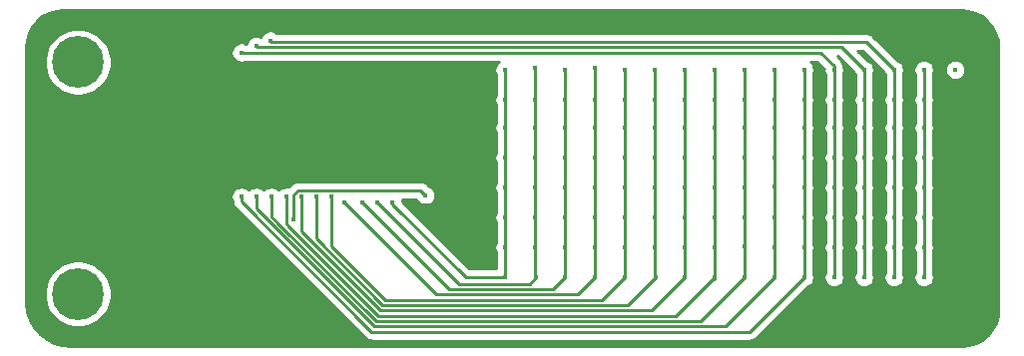
<source format=gbr>
G04 #@! TF.GenerationSoftware,KiCad,Pcbnew,(5.1.5)-3*
G04 #@! TF.CreationDate,2021-03-03T13:10:29+01:00*
G04 #@! TF.ProjectId,LedArray,4c656441-7272-4617-992e-6b696361645f,rev?*
G04 #@! TF.SameCoordinates,Original*
G04 #@! TF.FileFunction,Copper,L2,Bot*
G04 #@! TF.FilePolarity,Positive*
%FSLAX46Y46*%
G04 Gerber Fmt 4.6, Leading zero omitted, Abs format (unit mm)*
G04 Created by KiCad (PCBNEW (5.1.5)-3) date 2021-03-03 13:10:29*
%MOMM*%
%LPD*%
G04 APERTURE LIST*
%ADD10C,4.400000*%
%ADD11C,0.700000*%
%ADD12C,0.450000*%
%ADD13C,0.250000*%
%ADD14C,0.254000*%
G04 APERTURE END LIST*
D10*
X39370000Y-116205000D03*
D11*
X41020000Y-116205000D03*
X40536726Y-117371726D03*
X39370000Y-117855000D03*
X38203274Y-117371726D03*
X37720000Y-116205000D03*
X38203274Y-115038274D03*
X39370000Y-114555000D03*
X40536726Y-115038274D03*
X40536726Y-95353274D03*
X39370000Y-94870000D03*
X38203274Y-95353274D03*
X37720000Y-96520000D03*
X38203274Y-97686726D03*
X39370000Y-98170000D03*
X40536726Y-97686726D03*
X41020000Y-96520000D03*
D10*
X39370000Y-96520000D03*
D12*
X67310000Y-108585000D03*
X69723000Y-108204000D03*
X70802500Y-97028000D03*
X56261000Y-116840000D03*
X45083000Y-113667000D03*
X62992000Y-103124000D03*
X54483000Y-102997000D03*
X58801000Y-102997000D03*
X51054000Y-107061000D03*
X73660000Y-97028000D03*
X75565000Y-99695000D03*
X75565000Y-104648000D03*
X75565000Y-107188000D03*
X75565000Y-109728000D03*
X75565000Y-102108000D03*
X75565000Y-97155000D03*
X75565000Y-112268000D03*
X75565000Y-114808000D03*
X66040000Y-108458000D03*
X78105000Y-99695000D03*
X78105000Y-102108000D03*
X78121282Y-104664282D03*
X78105000Y-97028000D03*
X78105000Y-107188000D03*
X78105000Y-109728000D03*
X78105000Y-112268000D03*
X78232000Y-114808000D03*
X64770000Y-108458000D03*
X80645000Y-99695000D03*
X80645000Y-102108000D03*
X80645000Y-104648000D03*
X80645000Y-97155000D03*
X80645000Y-107188000D03*
X80645000Y-109728000D03*
X80645000Y-112268000D03*
X80645000Y-114808000D03*
X63500000Y-108458000D03*
X83185000Y-99695000D03*
X83185000Y-102108000D03*
X83185000Y-104648000D03*
X83185000Y-97028000D03*
X83185000Y-107188000D03*
X83185000Y-109728000D03*
X83185000Y-112268000D03*
X83185000Y-114808000D03*
X61976000Y-108458000D03*
X85725000Y-102108000D03*
X85725000Y-99695000D03*
X85725000Y-104648000D03*
X85725000Y-97155000D03*
X85725000Y-107188000D03*
X85725000Y-109728000D03*
X85725000Y-112268000D03*
X85725000Y-114808000D03*
X60833000Y-107950000D03*
X88265000Y-104648000D03*
X88265000Y-102108000D03*
X88265000Y-99695000D03*
X88265000Y-97155000D03*
X88265000Y-109728000D03*
X88265000Y-107188000D03*
X88265000Y-112268000D03*
X88392000Y-114808000D03*
X59563000Y-107950000D03*
X90805000Y-97155000D03*
X90805000Y-99695000D03*
X90805000Y-102108000D03*
X90805000Y-104648000D03*
X90805000Y-107188000D03*
X90805000Y-109728000D03*
X90805000Y-112268000D03*
X90805000Y-114808000D03*
X58293000Y-107950000D03*
X93345000Y-97155000D03*
X93345000Y-99695000D03*
X93345000Y-102108000D03*
X93345000Y-104648000D03*
X93345000Y-114808000D03*
X93345000Y-112268000D03*
X93345000Y-109728000D03*
X93345000Y-107188000D03*
X57023000Y-107950000D03*
X95885000Y-97155000D03*
X95885000Y-99695000D03*
X95885000Y-102108000D03*
X95885000Y-104648000D03*
X95885000Y-109728000D03*
X95885000Y-107188000D03*
X95885000Y-114808000D03*
X95885000Y-112141000D03*
X55753000Y-107950000D03*
X98425000Y-97155000D03*
X98425000Y-102108000D03*
X98425000Y-99695000D03*
X98425000Y-104648000D03*
X98425000Y-107061000D03*
X98425000Y-109728000D03*
X98425000Y-112268000D03*
X98425000Y-114808000D03*
X54483000Y-107950000D03*
X100965000Y-97155000D03*
X100965000Y-99695000D03*
X100965000Y-102108000D03*
X100965000Y-104648000D03*
X100965000Y-114808000D03*
X100965000Y-112268000D03*
X100965000Y-109728000D03*
X100965000Y-107188000D03*
X53213000Y-107950000D03*
X103505000Y-99695000D03*
X103505000Y-97155000D03*
X103505000Y-102108000D03*
X103505000Y-104648000D03*
X103505000Y-114808000D03*
X103505000Y-112268000D03*
X103505000Y-109728000D03*
X103505000Y-107188000D03*
X53213000Y-95694500D03*
X106045000Y-104648000D03*
X106045000Y-102108000D03*
X106045000Y-99695000D03*
X106045000Y-97155000D03*
X106045000Y-109728000D03*
X106045000Y-114808000D03*
X106045000Y-107188000D03*
X106045000Y-112268000D03*
X54483000Y-95123000D03*
X108585000Y-104648000D03*
X108585000Y-102108000D03*
X108585000Y-99695000D03*
X108585000Y-97155000D03*
X108585000Y-112268000D03*
X108585000Y-114808000D03*
X108585000Y-109728000D03*
X108585000Y-107188000D03*
X55689500Y-94678500D03*
X111125000Y-104648000D03*
X111125000Y-102108000D03*
X111125000Y-99695000D03*
X111125000Y-97155000D03*
X111125000Y-114808000D03*
X111125000Y-112268000D03*
X111125000Y-109728000D03*
X111125000Y-107188000D03*
X113792000Y-97155000D03*
X57658000Y-109855000D03*
X68834000Y-107823000D03*
D13*
X69342000Y-108585000D02*
X67310000Y-108585000D01*
X69723000Y-108204000D02*
X69342000Y-108585000D01*
X69723000Y-108204000D02*
X69723000Y-98107500D01*
X69723000Y-98107500D02*
X70802500Y-97028000D01*
X70802500Y-97028000D02*
X70866000Y-96964500D01*
X48256000Y-116840000D02*
X45083000Y-113667000D01*
X56261000Y-116840000D02*
X48256000Y-116840000D01*
X75565000Y-114808000D02*
X75565000Y-107188000D01*
X75565000Y-97155000D02*
X75565000Y-107188000D01*
X66040000Y-108458000D02*
X66040000Y-108458000D01*
X72263000Y-114808000D02*
X75565000Y-114808000D01*
X66040000Y-108458000D02*
X66040000Y-108585000D01*
X66040000Y-108585000D02*
X72263000Y-114808000D01*
X78105000Y-99695000D02*
X78105000Y-97028000D01*
X78105000Y-104648000D02*
X78121282Y-104664282D01*
X78105000Y-102108000D02*
X78105000Y-104648000D01*
X78105000Y-99695000D02*
X78105000Y-102108000D01*
X78121282Y-114697282D02*
X78232000Y-114808000D01*
X78121282Y-104664282D02*
X78121282Y-114697282D01*
X77681999Y-115358001D02*
X71670001Y-115358001D01*
X78232000Y-114808000D02*
X77681999Y-115358001D01*
X71670001Y-115358001D02*
X64770000Y-108458000D01*
X64770000Y-108458000D02*
X64770000Y-108458000D01*
X80645000Y-99695000D02*
X80645000Y-102108000D01*
X80645000Y-104648000D02*
X80645000Y-102108000D01*
X80645000Y-99695000D02*
X80645000Y-97155000D01*
X80645000Y-104648000D02*
X80645000Y-112268000D01*
X80645000Y-112268000D02*
X80645000Y-114808000D01*
X79644990Y-115808010D02*
X70850010Y-115808010D01*
X80645000Y-114808000D02*
X79644990Y-115808010D01*
X70850010Y-115808010D02*
X63500000Y-108458000D01*
X63500000Y-108458000D02*
X63500000Y-108458000D01*
X83185000Y-99695000D02*
X83185000Y-102108000D01*
X83185000Y-102108000D02*
X83185000Y-104648000D01*
X83185000Y-104648000D02*
X83185000Y-104648000D01*
X83185000Y-97028000D02*
X83185000Y-99695000D01*
X83185000Y-104648000D02*
X83185000Y-114808000D01*
X81734981Y-116258019D02*
X69776019Y-116258019D01*
X83185000Y-114808000D02*
X81734981Y-116258019D01*
X69776019Y-116258019D02*
X61976000Y-108458000D01*
X61976000Y-108458000D02*
X61976000Y-108458000D01*
X85725000Y-99695000D02*
X85725000Y-102108000D01*
X85725000Y-99695000D02*
X85725000Y-97155000D01*
X85725000Y-104648000D02*
X85725000Y-102108000D01*
X85725000Y-114808000D02*
X85725000Y-104648000D01*
X65408488Y-116708028D02*
X83824972Y-116708028D01*
X83824972Y-116708028D02*
X85725000Y-114808000D01*
X60833000Y-107950000D02*
X60833000Y-112132540D01*
X60833000Y-112132540D02*
X65408488Y-116708028D01*
X88265000Y-97155000D02*
X88265000Y-104648000D01*
X88265000Y-114681000D02*
X88392000Y-114808000D01*
X88265000Y-104648000D02*
X88265000Y-114681000D01*
X86041962Y-117158038D02*
X88392000Y-114808000D01*
X59563000Y-107950000D02*
X59563000Y-111498950D01*
X59563000Y-111498950D02*
X65222085Y-117158035D01*
X66116465Y-117158035D02*
X66116468Y-117158038D01*
X65222085Y-117158035D02*
X66116465Y-117158035D01*
X66116468Y-117158038D02*
X86041962Y-117158038D01*
X90805000Y-104521000D02*
X90805000Y-97155000D01*
X90805000Y-104648000D02*
X90805000Y-107188000D01*
X90805000Y-107188000D02*
X90805000Y-109728000D01*
X90805000Y-109728000D02*
X90805000Y-112268000D01*
X90805000Y-112268000D02*
X90805000Y-114808000D01*
X90805000Y-114808000D02*
X90805000Y-114808000D01*
X58293000Y-110865360D02*
X65035685Y-117608045D01*
X58293000Y-107950000D02*
X58293000Y-110865360D01*
X88004953Y-117608047D02*
X90805000Y-114808000D01*
X65930067Y-117608047D02*
X88004953Y-117608047D01*
X65035685Y-117608045D02*
X65930065Y-117608045D01*
X65930065Y-117608045D02*
X65930067Y-117608047D01*
X93345000Y-97155000D02*
X93345000Y-104648000D01*
X93345000Y-104648000D02*
X93345000Y-109728000D01*
X93345000Y-114808000D02*
X93345000Y-114935000D01*
X93345000Y-112268000D02*
X93345000Y-114808000D01*
X93345000Y-109728000D02*
X93345000Y-112268000D01*
X90094944Y-118058056D02*
X66496056Y-118058056D01*
X93345000Y-114808000D02*
X90094944Y-118058056D01*
X64849285Y-118058055D02*
X65743665Y-118058055D01*
X65743665Y-118058055D02*
X66675000Y-118058055D01*
X66675000Y-118058055D02*
X66421000Y-118058055D01*
X57023000Y-110231770D02*
X57152115Y-110360885D01*
X57023000Y-107950000D02*
X57023000Y-110231770D01*
X64849285Y-118058055D02*
X57152115Y-110360885D01*
X95885000Y-97155000D02*
X95885000Y-104521000D01*
X95885000Y-104648000D02*
X95885000Y-107188000D01*
X95885000Y-109728000D02*
X95885000Y-112141000D01*
X95885000Y-107188000D02*
X95885000Y-109728000D01*
X95885000Y-114808000D02*
X95885000Y-114808000D01*
X95885000Y-112141000D02*
X95885000Y-114808000D01*
X92184935Y-118508065D02*
X65930065Y-118508065D01*
X95885000Y-114808000D02*
X92184935Y-118508065D01*
X65930065Y-118508065D02*
X64662885Y-118508065D01*
X56325910Y-110171090D02*
X64662884Y-118508064D01*
X55753000Y-107950000D02*
X55753000Y-109598180D01*
X55753000Y-109598180D02*
X56325910Y-110171090D01*
X98425000Y-97155000D02*
X98425000Y-104521000D01*
X98425000Y-104648000D02*
X98425000Y-107061000D01*
X98425000Y-107061000D02*
X98425000Y-109728000D01*
X98425000Y-109728000D02*
X98425000Y-112268000D01*
X98425000Y-112268000D02*
X98425000Y-114808000D01*
X98425000Y-114808000D02*
X98425000Y-114808000D01*
X94274926Y-118958074D02*
X98425000Y-114808000D01*
X64476484Y-118958074D02*
X94274926Y-118958074D01*
X54483000Y-107950000D02*
X54483000Y-108964590D01*
X54483000Y-108964590D02*
X64476484Y-118958074D01*
X100965000Y-97155000D02*
X100965000Y-104648000D01*
X100965000Y-104648000D02*
X100965000Y-107188000D01*
X100965000Y-114808000D02*
X100965000Y-114808000D01*
X100965000Y-112268000D02*
X100965000Y-114808000D01*
X100965000Y-109728000D02*
X100965000Y-112268000D01*
X100965000Y-107188000D02*
X100965000Y-109728000D01*
X53340000Y-108458000D02*
X53340000Y-108458000D01*
X53213000Y-108331000D02*
X53213000Y-107950000D01*
X64290084Y-119408084D02*
X53213000Y-108331000D01*
X100965000Y-114808000D02*
X96364916Y-119408084D01*
X96364916Y-119408084D02*
X64290084Y-119408084D01*
X103505000Y-97155000D02*
X103505000Y-104648000D01*
X103505000Y-104648000D02*
X103505000Y-107188000D01*
X103505000Y-114808000D02*
X103505000Y-114808000D01*
X103505000Y-112268000D02*
X103505000Y-114808000D01*
X103505000Y-109728000D02*
X103505000Y-112268000D01*
X103505000Y-107188000D02*
X103505000Y-109728000D01*
X103505000Y-96836802D02*
X102362698Y-95694500D01*
X103505000Y-97155000D02*
X103505000Y-96836802D01*
X102362698Y-95694500D02*
X101282500Y-95694500D01*
X101282500Y-95694500D02*
X53213000Y-95694500D01*
X53213000Y-95694500D02*
X53213000Y-95694500D01*
X106045000Y-97155000D02*
X106045000Y-104648000D01*
X106045000Y-104648000D02*
X106045000Y-107188000D01*
X106045000Y-109728000D02*
X106045000Y-112268000D01*
X106045000Y-114808000D02*
X106045000Y-114808000D01*
X106045000Y-107188000D02*
X106045000Y-109728000D01*
X106045000Y-112268000D02*
X106045000Y-114808000D01*
X106045000Y-97155000D02*
X104134490Y-95244490D01*
X104134490Y-95244490D02*
X102549098Y-95244490D01*
X102549098Y-95244490D02*
X101282500Y-95244490D01*
X101282500Y-95244490D02*
X54604490Y-95244490D01*
X54604490Y-95244490D02*
X54483000Y-95244490D01*
X54604490Y-95244490D02*
X54483000Y-95123000D01*
X54483000Y-95123000D02*
X54483000Y-95123000D01*
X108585000Y-97155000D02*
X108585000Y-104648000D01*
X108585000Y-104648000D02*
X108585000Y-107188000D01*
X108585000Y-112268000D02*
X108585000Y-114808000D01*
X108585000Y-114808000D02*
X108585000Y-114808000D01*
X108585000Y-109728000D02*
X108585000Y-112268000D01*
X108585000Y-107188000D02*
X108585000Y-109728000D01*
X108585000Y-97155000D02*
X106224480Y-94794480D01*
X106224480Y-94794480D02*
X102735498Y-94794480D01*
X102735498Y-94794480D02*
X101282500Y-94794480D01*
X101282500Y-94794480D02*
X55689500Y-94794480D01*
X55689500Y-94794480D02*
X55689500Y-94678500D01*
X55689500Y-94678500D02*
X55689500Y-94678500D01*
X111125000Y-97155000D02*
X111125000Y-104648000D01*
X111125000Y-104648000D02*
X111125000Y-107188000D01*
X111125000Y-114808000D02*
X111125000Y-114808000D01*
X111125000Y-112268000D02*
X111125000Y-114808000D01*
X111125000Y-109728000D02*
X111125000Y-112268000D01*
X111125000Y-107188000D02*
X111125000Y-109728000D01*
X68707000Y-107823000D02*
X68834000Y-107823000D01*
X68609001Y-107598001D02*
X68834000Y-107823000D01*
X68410999Y-107399999D02*
X68609001Y-107598001D01*
X58028999Y-107399999D02*
X68410999Y-107399999D01*
X57658000Y-107770998D02*
X58028999Y-107399999D01*
X57658000Y-109855000D02*
X57658000Y-107770998D01*
D14*
G36*
X114911222Y-92163096D02*
G01*
X115499164Y-92340606D01*
X116041436Y-92628937D01*
X116517364Y-93017094D01*
X116908845Y-93490314D01*
X117200951Y-94030552D01*
X117382563Y-94617244D01*
X117450000Y-95258879D01*
X117450001Y-117442711D01*
X117386904Y-118086221D01*
X117209394Y-118674164D01*
X116921063Y-119216436D01*
X116532906Y-119692364D01*
X116059686Y-120083845D01*
X115519449Y-120375950D01*
X114932756Y-120557563D01*
X114291130Y-120625000D01*
X38766409Y-120625000D01*
X38019844Y-120553771D01*
X37330484Y-120351536D01*
X36691810Y-120022596D01*
X36126857Y-119578820D01*
X35656012Y-119036220D01*
X35296267Y-118414377D01*
X35060598Y-117735721D01*
X34954145Y-117001523D01*
X34950000Y-116831934D01*
X34950000Y-115925777D01*
X36535000Y-115925777D01*
X36535000Y-116484223D01*
X36643948Y-117031939D01*
X36857656Y-117547876D01*
X37167912Y-118012207D01*
X37562793Y-118407088D01*
X38027124Y-118717344D01*
X38543061Y-118931052D01*
X39090777Y-119040000D01*
X39649223Y-119040000D01*
X40196939Y-118931052D01*
X40712876Y-118717344D01*
X41177207Y-118407088D01*
X41572088Y-118012207D01*
X41882344Y-117547876D01*
X42096052Y-117031939D01*
X42205000Y-116484223D01*
X42205000Y-115925777D01*
X42096052Y-115378061D01*
X41882344Y-114862124D01*
X41572088Y-114397793D01*
X41177207Y-114002912D01*
X40712876Y-113692656D01*
X40196939Y-113478948D01*
X39649223Y-113370000D01*
X39090777Y-113370000D01*
X38543061Y-113478948D01*
X38027124Y-113692656D01*
X37562793Y-114002912D01*
X37167912Y-114397793D01*
X36857656Y-114862124D01*
X36643948Y-115378061D01*
X36535000Y-115925777D01*
X34950000Y-115925777D01*
X34950000Y-96240777D01*
X36535000Y-96240777D01*
X36535000Y-96799223D01*
X36643948Y-97346939D01*
X36857656Y-97862876D01*
X37167912Y-98327207D01*
X37562793Y-98722088D01*
X38027124Y-99032344D01*
X38543061Y-99246052D01*
X39090777Y-99355000D01*
X39649223Y-99355000D01*
X40196939Y-99246052D01*
X40712876Y-99032344D01*
X41177207Y-98722088D01*
X41572088Y-98327207D01*
X41882344Y-97862876D01*
X42096052Y-97346939D01*
X42205000Y-96799223D01*
X42205000Y-96240777D01*
X42096052Y-95693061D01*
X42061563Y-95609797D01*
X52353000Y-95609797D01*
X52353000Y-95779203D01*
X52386049Y-95945353D01*
X52450878Y-96101863D01*
X52544995Y-96242718D01*
X52664782Y-96362505D01*
X52805637Y-96456622D01*
X52962147Y-96521451D01*
X53128297Y-96554500D01*
X53297703Y-96554500D01*
X53463853Y-96521451D01*
X53620363Y-96456622D01*
X53623539Y-96454500D01*
X75065414Y-96454500D01*
X75016782Y-96486995D01*
X74896995Y-96606782D01*
X74802878Y-96747637D01*
X74738049Y-96904147D01*
X74705000Y-97070297D01*
X74705000Y-97239703D01*
X74738049Y-97405853D01*
X74802878Y-97562363D01*
X74805000Y-97565539D01*
X74805000Y-99284461D01*
X74802878Y-99287637D01*
X74738049Y-99444147D01*
X74705000Y-99610297D01*
X74705000Y-99779703D01*
X74738049Y-99945853D01*
X74802878Y-100102363D01*
X74805000Y-100105539D01*
X74805000Y-101697461D01*
X74802878Y-101700637D01*
X74738049Y-101857147D01*
X74705000Y-102023297D01*
X74705000Y-102192703D01*
X74738049Y-102358853D01*
X74802878Y-102515363D01*
X74805001Y-102518540D01*
X74805001Y-104237460D01*
X74802878Y-104240637D01*
X74738049Y-104397147D01*
X74705000Y-104563297D01*
X74705000Y-104732703D01*
X74738049Y-104898853D01*
X74802878Y-105055363D01*
X74805001Y-105058540D01*
X74805001Y-106777460D01*
X74802878Y-106780637D01*
X74738049Y-106937147D01*
X74705000Y-107103297D01*
X74705000Y-107272703D01*
X74738049Y-107438853D01*
X74802878Y-107595363D01*
X74805001Y-107598540D01*
X74805001Y-109317460D01*
X74802878Y-109320637D01*
X74738049Y-109477147D01*
X74705000Y-109643297D01*
X74705000Y-109812703D01*
X74738049Y-109978853D01*
X74802878Y-110135363D01*
X74805001Y-110138540D01*
X74805000Y-111857461D01*
X74802878Y-111860637D01*
X74738049Y-112017147D01*
X74705000Y-112183297D01*
X74705000Y-112352703D01*
X74738049Y-112518853D01*
X74802878Y-112675363D01*
X74805000Y-112678539D01*
X74805000Y-114048000D01*
X72577802Y-114048000D01*
X66899231Y-108369430D01*
X66866951Y-108207147D01*
X66847422Y-108159999D01*
X68025375Y-108159999D01*
X68072026Y-108247276D01*
X68132048Y-108320413D01*
X68165995Y-108371218D01*
X68285782Y-108491005D01*
X68426637Y-108585122D01*
X68583147Y-108649951D01*
X68749297Y-108683000D01*
X68918703Y-108683000D01*
X69084853Y-108649951D01*
X69241363Y-108585122D01*
X69382218Y-108491005D01*
X69502005Y-108371218D01*
X69596122Y-108230363D01*
X69660951Y-108073853D01*
X69694000Y-107907703D01*
X69694000Y-107738297D01*
X69660951Y-107572147D01*
X69596122Y-107415637D01*
X69502005Y-107274782D01*
X69382218Y-107154995D01*
X69241363Y-107060878D01*
X69084853Y-106996049D01*
X69081104Y-106995303D01*
X68974803Y-106889002D01*
X68951000Y-106859998D01*
X68835275Y-106765025D01*
X68703246Y-106694453D01*
X68559985Y-106650996D01*
X68448332Y-106639999D01*
X68448321Y-106639999D01*
X68410999Y-106636323D01*
X68373677Y-106639999D01*
X58066322Y-106639999D01*
X58028999Y-106636323D01*
X57991676Y-106639999D01*
X57991666Y-106639999D01*
X57880013Y-106650996D01*
X57736752Y-106694453D01*
X57604723Y-106765025D01*
X57488998Y-106859998D01*
X57465195Y-106889002D01*
X57238233Y-107115964D01*
X57107703Y-107090000D01*
X56938297Y-107090000D01*
X56772147Y-107123049D01*
X56615637Y-107187878D01*
X56474782Y-107281995D01*
X56388000Y-107368777D01*
X56301218Y-107281995D01*
X56160363Y-107187878D01*
X56003853Y-107123049D01*
X55837703Y-107090000D01*
X55668297Y-107090000D01*
X55502147Y-107123049D01*
X55345637Y-107187878D01*
X55204782Y-107281995D01*
X55118000Y-107368777D01*
X55031218Y-107281995D01*
X54890363Y-107187878D01*
X54733853Y-107123049D01*
X54567703Y-107090000D01*
X54398297Y-107090000D01*
X54232147Y-107123049D01*
X54075637Y-107187878D01*
X53934782Y-107281995D01*
X53848000Y-107368777D01*
X53761218Y-107281995D01*
X53620363Y-107187878D01*
X53463853Y-107123049D01*
X53297703Y-107090000D01*
X53128297Y-107090000D01*
X52962147Y-107123049D01*
X52805637Y-107187878D01*
X52664782Y-107281995D01*
X52544995Y-107401782D01*
X52450878Y-107542637D01*
X52386049Y-107699147D01*
X52353000Y-107865297D01*
X52353000Y-108034703D01*
X52386049Y-108200853D01*
X52450878Y-108357363D01*
X52452101Y-108359193D01*
X52453000Y-108368322D01*
X52453000Y-108368332D01*
X52463997Y-108479985D01*
X52496361Y-108586676D01*
X52507454Y-108623246D01*
X52578026Y-108755276D01*
X52617871Y-108803826D01*
X52672999Y-108871001D01*
X52702003Y-108894804D01*
X52776196Y-108968997D01*
X52799999Y-108998001D01*
X52829003Y-109021804D01*
X63726289Y-119919092D01*
X63750083Y-119948085D01*
X63779076Y-119971879D01*
X63779080Y-119971883D01*
X63847984Y-120028430D01*
X63865808Y-120043058D01*
X63997837Y-120113630D01*
X64141098Y-120157087D01*
X64252751Y-120168084D01*
X64252760Y-120168084D01*
X64290083Y-120171760D01*
X64327406Y-120168084D01*
X96327594Y-120168084D01*
X96364916Y-120171760D01*
X96402238Y-120168084D01*
X96402249Y-120168084D01*
X96513902Y-120157087D01*
X96657163Y-120113630D01*
X96789192Y-120043058D01*
X96904917Y-119948085D01*
X96928720Y-119919081D01*
X101212106Y-115635696D01*
X101215853Y-115634951D01*
X101372363Y-115570122D01*
X101513218Y-115476005D01*
X101633005Y-115356218D01*
X101727122Y-115215363D01*
X101791951Y-115058853D01*
X101825000Y-114892703D01*
X101825000Y-114723297D01*
X101791951Y-114557147D01*
X101727122Y-114400637D01*
X101725000Y-114397461D01*
X101725000Y-112678539D01*
X101727122Y-112675363D01*
X101791951Y-112518853D01*
X101825000Y-112352703D01*
X101825000Y-112183297D01*
X101791951Y-112017147D01*
X101727122Y-111860637D01*
X101725000Y-111857461D01*
X101725000Y-110138539D01*
X101727122Y-110135363D01*
X101791951Y-109978853D01*
X101825000Y-109812703D01*
X101825000Y-109643297D01*
X101791951Y-109477147D01*
X101727122Y-109320637D01*
X101725000Y-109317461D01*
X101725000Y-107598539D01*
X101727122Y-107595363D01*
X101791951Y-107438853D01*
X101825000Y-107272703D01*
X101825000Y-107103297D01*
X101791951Y-106937147D01*
X101727122Y-106780637D01*
X101725000Y-106777461D01*
X101725000Y-105058539D01*
X101727122Y-105055363D01*
X101791951Y-104898853D01*
X101825000Y-104732703D01*
X101825000Y-104563297D01*
X101791951Y-104397147D01*
X101727122Y-104240637D01*
X101725000Y-104237461D01*
X101725000Y-102518539D01*
X101727122Y-102515363D01*
X101791951Y-102358853D01*
X101825000Y-102192703D01*
X101825000Y-102023297D01*
X101791951Y-101857147D01*
X101727122Y-101700637D01*
X101725000Y-101697461D01*
X101725000Y-100105539D01*
X101727122Y-100102363D01*
X101791951Y-99945853D01*
X101825000Y-99779703D01*
X101825000Y-99610297D01*
X101791951Y-99444147D01*
X101727122Y-99287637D01*
X101725000Y-99284461D01*
X101725000Y-97565539D01*
X101727122Y-97562363D01*
X101791951Y-97405853D01*
X101825000Y-97239703D01*
X101825000Y-97070297D01*
X101791951Y-96904147D01*
X101727122Y-96747637D01*
X101633005Y-96606782D01*
X101513218Y-96486995D01*
X101464586Y-96454500D01*
X102047897Y-96454500D01*
X102648101Y-97054705D01*
X102645000Y-97070297D01*
X102645000Y-97239703D01*
X102678049Y-97405853D01*
X102742878Y-97562363D01*
X102745000Y-97565539D01*
X102745000Y-99284461D01*
X102742878Y-99287637D01*
X102678049Y-99444147D01*
X102645000Y-99610297D01*
X102645000Y-99779703D01*
X102678049Y-99945853D01*
X102742878Y-100102363D01*
X102745000Y-100105539D01*
X102745001Y-101697460D01*
X102742878Y-101700637D01*
X102678049Y-101857147D01*
X102645000Y-102023297D01*
X102645000Y-102192703D01*
X102678049Y-102358853D01*
X102742878Y-102515363D01*
X102745001Y-102518540D01*
X102745001Y-104237460D01*
X102742878Y-104240637D01*
X102678049Y-104397147D01*
X102645000Y-104563297D01*
X102645000Y-104732703D01*
X102678049Y-104898853D01*
X102742878Y-105055363D01*
X102745000Y-105058539D01*
X102745001Y-106777460D01*
X102742878Y-106780637D01*
X102678049Y-106937147D01*
X102645000Y-107103297D01*
X102645000Y-107272703D01*
X102678049Y-107438853D01*
X102742878Y-107595363D01*
X102745000Y-107598539D01*
X102745001Y-109317460D01*
X102742878Y-109320637D01*
X102678049Y-109477147D01*
X102645000Y-109643297D01*
X102645000Y-109812703D01*
X102678049Y-109978853D01*
X102742878Y-110135363D01*
X102745000Y-110138539D01*
X102745001Y-111857460D01*
X102742878Y-111860637D01*
X102678049Y-112017147D01*
X102645000Y-112183297D01*
X102645000Y-112352703D01*
X102678049Y-112518853D01*
X102742878Y-112675363D01*
X102745000Y-112678539D01*
X102745001Y-114397460D01*
X102742878Y-114400637D01*
X102678049Y-114557147D01*
X102645000Y-114723297D01*
X102645000Y-114892703D01*
X102678049Y-115058853D01*
X102742878Y-115215363D01*
X102836995Y-115356218D01*
X102956782Y-115476005D01*
X103097637Y-115570122D01*
X103254147Y-115634951D01*
X103420297Y-115668000D01*
X103589703Y-115668000D01*
X103755853Y-115634951D01*
X103912363Y-115570122D01*
X104053218Y-115476005D01*
X104173005Y-115356218D01*
X104267122Y-115215363D01*
X104331951Y-115058853D01*
X104365000Y-114892703D01*
X104365000Y-114723297D01*
X104331951Y-114557147D01*
X104267122Y-114400637D01*
X104265000Y-114397461D01*
X104265000Y-112678539D01*
X104267122Y-112675363D01*
X104331951Y-112518853D01*
X104365000Y-112352703D01*
X104365000Y-112183297D01*
X104331951Y-112017147D01*
X104267122Y-111860637D01*
X104265000Y-111857461D01*
X104265000Y-110138539D01*
X104267122Y-110135363D01*
X104331951Y-109978853D01*
X104365000Y-109812703D01*
X104365000Y-109643297D01*
X104331951Y-109477147D01*
X104267122Y-109320637D01*
X104265000Y-109317461D01*
X104265000Y-107598539D01*
X104267122Y-107595363D01*
X104331951Y-107438853D01*
X104365000Y-107272703D01*
X104365000Y-107103297D01*
X104331951Y-106937147D01*
X104267122Y-106780637D01*
X104265000Y-106777461D01*
X104265000Y-105058539D01*
X104267122Y-105055363D01*
X104331951Y-104898853D01*
X104365000Y-104732703D01*
X104365000Y-104563297D01*
X104331951Y-104397147D01*
X104267122Y-104240637D01*
X104265000Y-104237461D01*
X104265000Y-102518539D01*
X104267122Y-102515363D01*
X104331951Y-102358853D01*
X104365000Y-102192703D01*
X104365000Y-102023297D01*
X104331951Y-101857147D01*
X104267122Y-101700637D01*
X104265000Y-101697461D01*
X104265000Y-100105539D01*
X104267122Y-100102363D01*
X104331951Y-99945853D01*
X104365000Y-99779703D01*
X104365000Y-99610297D01*
X104331951Y-99444147D01*
X104267122Y-99287637D01*
X104265000Y-99284461D01*
X104265000Y-97565539D01*
X104267122Y-97562363D01*
X104331951Y-97405853D01*
X104365000Y-97239703D01*
X104365000Y-97070297D01*
X104331951Y-96904147D01*
X104267122Y-96747637D01*
X104258645Y-96734951D01*
X104254003Y-96687817D01*
X104210546Y-96544555D01*
X104139974Y-96412525D01*
X104068799Y-96325799D01*
X104045001Y-96296801D01*
X104016003Y-96273003D01*
X103747490Y-96004490D01*
X103819689Y-96004490D01*
X105217304Y-97402105D01*
X105218049Y-97405853D01*
X105282878Y-97562363D01*
X105285000Y-97565539D01*
X105285000Y-99284461D01*
X105282878Y-99287637D01*
X105218049Y-99444147D01*
X105185000Y-99610297D01*
X105185000Y-99779703D01*
X105218049Y-99945853D01*
X105282878Y-100102363D01*
X105285000Y-100105539D01*
X105285001Y-101697460D01*
X105282878Y-101700637D01*
X105218049Y-101857147D01*
X105185000Y-102023297D01*
X105185000Y-102192703D01*
X105218049Y-102358853D01*
X105282878Y-102515363D01*
X105285001Y-102518540D01*
X105285001Y-104237460D01*
X105282878Y-104240637D01*
X105218049Y-104397147D01*
X105185000Y-104563297D01*
X105185000Y-104732703D01*
X105218049Y-104898853D01*
X105282878Y-105055363D01*
X105285000Y-105058539D01*
X105285001Y-106777460D01*
X105282878Y-106780637D01*
X105218049Y-106937147D01*
X105185000Y-107103297D01*
X105185000Y-107272703D01*
X105218049Y-107438853D01*
X105282878Y-107595363D01*
X105285000Y-107598539D01*
X105285001Y-109317460D01*
X105282878Y-109320637D01*
X105218049Y-109477147D01*
X105185000Y-109643297D01*
X105185000Y-109812703D01*
X105218049Y-109978853D01*
X105282878Y-110135363D01*
X105285000Y-110138539D01*
X105285001Y-111857460D01*
X105282878Y-111860637D01*
X105218049Y-112017147D01*
X105185000Y-112183297D01*
X105185000Y-112352703D01*
X105218049Y-112518853D01*
X105282878Y-112675363D01*
X105285000Y-112678539D01*
X105285001Y-114397460D01*
X105282878Y-114400637D01*
X105218049Y-114557147D01*
X105185000Y-114723297D01*
X105185000Y-114892703D01*
X105218049Y-115058853D01*
X105282878Y-115215363D01*
X105376995Y-115356218D01*
X105496782Y-115476005D01*
X105637637Y-115570122D01*
X105794147Y-115634951D01*
X105960297Y-115668000D01*
X106129703Y-115668000D01*
X106295853Y-115634951D01*
X106452363Y-115570122D01*
X106593218Y-115476005D01*
X106713005Y-115356218D01*
X106807122Y-115215363D01*
X106871951Y-115058853D01*
X106905000Y-114892703D01*
X106905000Y-114723297D01*
X106871951Y-114557147D01*
X106807122Y-114400637D01*
X106805000Y-114397461D01*
X106805000Y-112678539D01*
X106807122Y-112675363D01*
X106871951Y-112518853D01*
X106905000Y-112352703D01*
X106905000Y-112183297D01*
X106871951Y-112017147D01*
X106807122Y-111860637D01*
X106805000Y-111857461D01*
X106805000Y-110138539D01*
X106807122Y-110135363D01*
X106871951Y-109978853D01*
X106905000Y-109812703D01*
X106905000Y-109643297D01*
X106871951Y-109477147D01*
X106807122Y-109320637D01*
X106805000Y-109317461D01*
X106805000Y-107598539D01*
X106807122Y-107595363D01*
X106871951Y-107438853D01*
X106905000Y-107272703D01*
X106905000Y-107103297D01*
X106871951Y-106937147D01*
X106807122Y-106780637D01*
X106805000Y-106777461D01*
X106805000Y-105058539D01*
X106807122Y-105055363D01*
X106871951Y-104898853D01*
X106905000Y-104732703D01*
X106905000Y-104563297D01*
X106871951Y-104397147D01*
X106807122Y-104240637D01*
X106805000Y-104237461D01*
X106805000Y-102518539D01*
X106807122Y-102515363D01*
X106871951Y-102358853D01*
X106905000Y-102192703D01*
X106905000Y-102023297D01*
X106871951Y-101857147D01*
X106807122Y-101700637D01*
X106805000Y-101697461D01*
X106805000Y-100105539D01*
X106807122Y-100102363D01*
X106871951Y-99945853D01*
X106905000Y-99779703D01*
X106905000Y-99610297D01*
X106871951Y-99444147D01*
X106807122Y-99287637D01*
X106805000Y-99284461D01*
X106805000Y-97565539D01*
X106807122Y-97562363D01*
X106871951Y-97405853D01*
X106905000Y-97239703D01*
X106905000Y-97070297D01*
X106871951Y-96904147D01*
X106807122Y-96747637D01*
X106713005Y-96606782D01*
X106593218Y-96486995D01*
X106452363Y-96392878D01*
X106295853Y-96328049D01*
X106292105Y-96327304D01*
X105519281Y-95554480D01*
X105909679Y-95554480D01*
X107757304Y-97402107D01*
X107758049Y-97405853D01*
X107822878Y-97562363D01*
X107825000Y-97565539D01*
X107825000Y-99284461D01*
X107822878Y-99287637D01*
X107758049Y-99444147D01*
X107725000Y-99610297D01*
X107725000Y-99779703D01*
X107758049Y-99945853D01*
X107822878Y-100102363D01*
X107825000Y-100105539D01*
X107825001Y-101697460D01*
X107822878Y-101700637D01*
X107758049Y-101857147D01*
X107725000Y-102023297D01*
X107725000Y-102192703D01*
X107758049Y-102358853D01*
X107822878Y-102515363D01*
X107825001Y-102518540D01*
X107825001Y-104237460D01*
X107822878Y-104240637D01*
X107758049Y-104397147D01*
X107725000Y-104563297D01*
X107725000Y-104732703D01*
X107758049Y-104898853D01*
X107822878Y-105055363D01*
X107825000Y-105058539D01*
X107825001Y-106777460D01*
X107822878Y-106780637D01*
X107758049Y-106937147D01*
X107725000Y-107103297D01*
X107725000Y-107272703D01*
X107758049Y-107438853D01*
X107822878Y-107595363D01*
X107825000Y-107598539D01*
X107825001Y-109317460D01*
X107822878Y-109320637D01*
X107758049Y-109477147D01*
X107725000Y-109643297D01*
X107725000Y-109812703D01*
X107758049Y-109978853D01*
X107822878Y-110135363D01*
X107825000Y-110138539D01*
X107825001Y-111857460D01*
X107822878Y-111860637D01*
X107758049Y-112017147D01*
X107725000Y-112183297D01*
X107725000Y-112352703D01*
X107758049Y-112518853D01*
X107822878Y-112675363D01*
X107825000Y-112678539D01*
X107825001Y-114397460D01*
X107822878Y-114400637D01*
X107758049Y-114557147D01*
X107725000Y-114723297D01*
X107725000Y-114892703D01*
X107758049Y-115058853D01*
X107822878Y-115215363D01*
X107916995Y-115356218D01*
X108036782Y-115476005D01*
X108177637Y-115570122D01*
X108334147Y-115634951D01*
X108500297Y-115668000D01*
X108669703Y-115668000D01*
X108835853Y-115634951D01*
X108992363Y-115570122D01*
X109133218Y-115476005D01*
X109253005Y-115356218D01*
X109347122Y-115215363D01*
X109411951Y-115058853D01*
X109445000Y-114892703D01*
X109445000Y-114723297D01*
X109411951Y-114557147D01*
X109347122Y-114400637D01*
X109345000Y-114397461D01*
X109345000Y-112678539D01*
X109347122Y-112675363D01*
X109411951Y-112518853D01*
X109445000Y-112352703D01*
X109445000Y-112183297D01*
X109411951Y-112017147D01*
X109347122Y-111860637D01*
X109345000Y-111857461D01*
X109345000Y-110138539D01*
X109347122Y-110135363D01*
X109411951Y-109978853D01*
X109445000Y-109812703D01*
X109445000Y-109643297D01*
X109411951Y-109477147D01*
X109347122Y-109320637D01*
X109345000Y-109317461D01*
X109345000Y-107598539D01*
X109347122Y-107595363D01*
X109411951Y-107438853D01*
X109445000Y-107272703D01*
X109445000Y-107103297D01*
X109411951Y-106937147D01*
X109347122Y-106780637D01*
X109345000Y-106777461D01*
X109345000Y-105058539D01*
X109347122Y-105055363D01*
X109411951Y-104898853D01*
X109445000Y-104732703D01*
X109445000Y-104563297D01*
X109411951Y-104397147D01*
X109347122Y-104240637D01*
X109345000Y-104237461D01*
X109345000Y-102518539D01*
X109347122Y-102515363D01*
X109411951Y-102358853D01*
X109445000Y-102192703D01*
X109445000Y-102023297D01*
X109411951Y-101857147D01*
X109347122Y-101700637D01*
X109345000Y-101697461D01*
X109345000Y-100105539D01*
X109347122Y-100102363D01*
X109411951Y-99945853D01*
X109445000Y-99779703D01*
X109445000Y-99610297D01*
X109411951Y-99444147D01*
X109347122Y-99287637D01*
X109345000Y-99284461D01*
X109345000Y-97565539D01*
X109347122Y-97562363D01*
X109411951Y-97405853D01*
X109445000Y-97239703D01*
X109445000Y-97070297D01*
X110265000Y-97070297D01*
X110265000Y-97239703D01*
X110298049Y-97405853D01*
X110362878Y-97562363D01*
X110365000Y-97565539D01*
X110365000Y-99284461D01*
X110362878Y-99287637D01*
X110298049Y-99444147D01*
X110265000Y-99610297D01*
X110265000Y-99779703D01*
X110298049Y-99945853D01*
X110362878Y-100102363D01*
X110365000Y-100105539D01*
X110365001Y-101697460D01*
X110362878Y-101700637D01*
X110298049Y-101857147D01*
X110265000Y-102023297D01*
X110265000Y-102192703D01*
X110298049Y-102358853D01*
X110362878Y-102515363D01*
X110365001Y-102518540D01*
X110365001Y-104237460D01*
X110362878Y-104240637D01*
X110298049Y-104397147D01*
X110265000Y-104563297D01*
X110265000Y-104732703D01*
X110298049Y-104898853D01*
X110362878Y-105055363D01*
X110365000Y-105058539D01*
X110365001Y-106777460D01*
X110362878Y-106780637D01*
X110298049Y-106937147D01*
X110265000Y-107103297D01*
X110265000Y-107272703D01*
X110298049Y-107438853D01*
X110362878Y-107595363D01*
X110365000Y-107598539D01*
X110365001Y-109317460D01*
X110362878Y-109320637D01*
X110298049Y-109477147D01*
X110265000Y-109643297D01*
X110265000Y-109812703D01*
X110298049Y-109978853D01*
X110362878Y-110135363D01*
X110365000Y-110138539D01*
X110365001Y-111857460D01*
X110362878Y-111860637D01*
X110298049Y-112017147D01*
X110265000Y-112183297D01*
X110265000Y-112352703D01*
X110298049Y-112518853D01*
X110362878Y-112675363D01*
X110365000Y-112678539D01*
X110365001Y-114397460D01*
X110362878Y-114400637D01*
X110298049Y-114557147D01*
X110265000Y-114723297D01*
X110265000Y-114892703D01*
X110298049Y-115058853D01*
X110362878Y-115215363D01*
X110456995Y-115356218D01*
X110576782Y-115476005D01*
X110717637Y-115570122D01*
X110874147Y-115634951D01*
X111040297Y-115668000D01*
X111209703Y-115668000D01*
X111375853Y-115634951D01*
X111532363Y-115570122D01*
X111673218Y-115476005D01*
X111793005Y-115356218D01*
X111887122Y-115215363D01*
X111951951Y-115058853D01*
X111985000Y-114892703D01*
X111985000Y-114723297D01*
X111951951Y-114557147D01*
X111887122Y-114400637D01*
X111885000Y-114397461D01*
X111885000Y-112678539D01*
X111887122Y-112675363D01*
X111951951Y-112518853D01*
X111985000Y-112352703D01*
X111985000Y-112183297D01*
X111951951Y-112017147D01*
X111887122Y-111860637D01*
X111885000Y-111857461D01*
X111885000Y-110138539D01*
X111887122Y-110135363D01*
X111951951Y-109978853D01*
X111985000Y-109812703D01*
X111985000Y-109643297D01*
X111951951Y-109477147D01*
X111887122Y-109320637D01*
X111885000Y-109317461D01*
X111885000Y-107598539D01*
X111887122Y-107595363D01*
X111951951Y-107438853D01*
X111985000Y-107272703D01*
X111985000Y-107103297D01*
X111951951Y-106937147D01*
X111887122Y-106780637D01*
X111885000Y-106777461D01*
X111885000Y-105058539D01*
X111887122Y-105055363D01*
X111951951Y-104898853D01*
X111985000Y-104732703D01*
X111985000Y-104563297D01*
X111951951Y-104397147D01*
X111887122Y-104240637D01*
X111885000Y-104237461D01*
X111885000Y-102518539D01*
X111887122Y-102515363D01*
X111951951Y-102358853D01*
X111985000Y-102192703D01*
X111985000Y-102023297D01*
X111951951Y-101857147D01*
X111887122Y-101700637D01*
X111885000Y-101697461D01*
X111885000Y-100105539D01*
X111887122Y-100102363D01*
X111951951Y-99945853D01*
X111985000Y-99779703D01*
X111985000Y-99610297D01*
X111951951Y-99444147D01*
X111887122Y-99287637D01*
X111885000Y-99284461D01*
X111885000Y-97565539D01*
X111887122Y-97562363D01*
X111951951Y-97405853D01*
X111985000Y-97239703D01*
X111985000Y-97070297D01*
X112932000Y-97070297D01*
X112932000Y-97239703D01*
X112965049Y-97405853D01*
X113029878Y-97562363D01*
X113123995Y-97703218D01*
X113243782Y-97823005D01*
X113384637Y-97917122D01*
X113541147Y-97981951D01*
X113707297Y-98015000D01*
X113876703Y-98015000D01*
X114042853Y-97981951D01*
X114199363Y-97917122D01*
X114340218Y-97823005D01*
X114460005Y-97703218D01*
X114554122Y-97562363D01*
X114618951Y-97405853D01*
X114652000Y-97239703D01*
X114652000Y-97070297D01*
X114618951Y-96904147D01*
X114554122Y-96747637D01*
X114460005Y-96606782D01*
X114340218Y-96486995D01*
X114199363Y-96392878D01*
X114042853Y-96328049D01*
X113876703Y-96295000D01*
X113707297Y-96295000D01*
X113541147Y-96328049D01*
X113384637Y-96392878D01*
X113243782Y-96486995D01*
X113123995Y-96606782D01*
X113029878Y-96747637D01*
X112965049Y-96904147D01*
X112932000Y-97070297D01*
X111985000Y-97070297D01*
X111951951Y-96904147D01*
X111887122Y-96747637D01*
X111793005Y-96606782D01*
X111673218Y-96486995D01*
X111532363Y-96392878D01*
X111375853Y-96328049D01*
X111209703Y-96295000D01*
X111040297Y-96295000D01*
X110874147Y-96328049D01*
X110717637Y-96392878D01*
X110576782Y-96486995D01*
X110456995Y-96606782D01*
X110362878Y-96747637D01*
X110298049Y-96904147D01*
X110265000Y-97070297D01*
X109445000Y-97070297D01*
X109411951Y-96904147D01*
X109347122Y-96747637D01*
X109253005Y-96606782D01*
X109133218Y-96486995D01*
X108992363Y-96392878D01*
X108835853Y-96328049D01*
X108832107Y-96327304D01*
X106788284Y-94283483D01*
X106764481Y-94254479D01*
X106648756Y-94159506D01*
X106516727Y-94088934D01*
X106373466Y-94045477D01*
X106261813Y-94034480D01*
X106261802Y-94034480D01*
X106224480Y-94030804D01*
X106187158Y-94034480D01*
X56261703Y-94034480D01*
X56237718Y-94010495D01*
X56096863Y-93916378D01*
X55940353Y-93851549D01*
X55774203Y-93818500D01*
X55604797Y-93818500D01*
X55438647Y-93851549D01*
X55282137Y-93916378D01*
X55141282Y-94010495D01*
X55021495Y-94130282D01*
X54927378Y-94271137D01*
X54890229Y-94360822D01*
X54733853Y-94296049D01*
X54567703Y-94263000D01*
X54398297Y-94263000D01*
X54232147Y-94296049D01*
X54075637Y-94360878D01*
X53934782Y-94454995D01*
X53814995Y-94574782D01*
X53720878Y-94715637D01*
X53656049Y-94872147D01*
X53643646Y-94934500D01*
X53623539Y-94934500D01*
X53620363Y-94932378D01*
X53463853Y-94867549D01*
X53297703Y-94834500D01*
X53128297Y-94834500D01*
X52962147Y-94867549D01*
X52805637Y-94932378D01*
X52664782Y-95026495D01*
X52544995Y-95146282D01*
X52450878Y-95287137D01*
X52386049Y-95443647D01*
X52353000Y-95609797D01*
X42061563Y-95609797D01*
X41882344Y-95177124D01*
X41572088Y-94712793D01*
X41177207Y-94317912D01*
X40712876Y-94007656D01*
X40196939Y-93793948D01*
X39649223Y-93685000D01*
X39090777Y-93685000D01*
X38543061Y-93793948D01*
X38027124Y-94007656D01*
X37562793Y-94317912D01*
X37167912Y-94712793D01*
X36857656Y-95177124D01*
X36643948Y-95693061D01*
X36535000Y-96240777D01*
X34950000Y-96240777D01*
X34950000Y-95282279D01*
X35013096Y-94638778D01*
X35190606Y-94050836D01*
X35478937Y-93508564D01*
X35867094Y-93032636D01*
X36340314Y-92641155D01*
X36880552Y-92349049D01*
X37467244Y-92167437D01*
X38108879Y-92100000D01*
X114267721Y-92100000D01*
X114911222Y-92163096D01*
G37*
X114911222Y-92163096D02*
X115499164Y-92340606D01*
X116041436Y-92628937D01*
X116517364Y-93017094D01*
X116908845Y-93490314D01*
X117200951Y-94030552D01*
X117382563Y-94617244D01*
X117450000Y-95258879D01*
X117450001Y-117442711D01*
X117386904Y-118086221D01*
X117209394Y-118674164D01*
X116921063Y-119216436D01*
X116532906Y-119692364D01*
X116059686Y-120083845D01*
X115519449Y-120375950D01*
X114932756Y-120557563D01*
X114291130Y-120625000D01*
X38766409Y-120625000D01*
X38019844Y-120553771D01*
X37330484Y-120351536D01*
X36691810Y-120022596D01*
X36126857Y-119578820D01*
X35656012Y-119036220D01*
X35296267Y-118414377D01*
X35060598Y-117735721D01*
X34954145Y-117001523D01*
X34950000Y-116831934D01*
X34950000Y-115925777D01*
X36535000Y-115925777D01*
X36535000Y-116484223D01*
X36643948Y-117031939D01*
X36857656Y-117547876D01*
X37167912Y-118012207D01*
X37562793Y-118407088D01*
X38027124Y-118717344D01*
X38543061Y-118931052D01*
X39090777Y-119040000D01*
X39649223Y-119040000D01*
X40196939Y-118931052D01*
X40712876Y-118717344D01*
X41177207Y-118407088D01*
X41572088Y-118012207D01*
X41882344Y-117547876D01*
X42096052Y-117031939D01*
X42205000Y-116484223D01*
X42205000Y-115925777D01*
X42096052Y-115378061D01*
X41882344Y-114862124D01*
X41572088Y-114397793D01*
X41177207Y-114002912D01*
X40712876Y-113692656D01*
X40196939Y-113478948D01*
X39649223Y-113370000D01*
X39090777Y-113370000D01*
X38543061Y-113478948D01*
X38027124Y-113692656D01*
X37562793Y-114002912D01*
X37167912Y-114397793D01*
X36857656Y-114862124D01*
X36643948Y-115378061D01*
X36535000Y-115925777D01*
X34950000Y-115925777D01*
X34950000Y-96240777D01*
X36535000Y-96240777D01*
X36535000Y-96799223D01*
X36643948Y-97346939D01*
X36857656Y-97862876D01*
X37167912Y-98327207D01*
X37562793Y-98722088D01*
X38027124Y-99032344D01*
X38543061Y-99246052D01*
X39090777Y-99355000D01*
X39649223Y-99355000D01*
X40196939Y-99246052D01*
X40712876Y-99032344D01*
X41177207Y-98722088D01*
X41572088Y-98327207D01*
X41882344Y-97862876D01*
X42096052Y-97346939D01*
X42205000Y-96799223D01*
X42205000Y-96240777D01*
X42096052Y-95693061D01*
X42061563Y-95609797D01*
X52353000Y-95609797D01*
X52353000Y-95779203D01*
X52386049Y-95945353D01*
X52450878Y-96101863D01*
X52544995Y-96242718D01*
X52664782Y-96362505D01*
X52805637Y-96456622D01*
X52962147Y-96521451D01*
X53128297Y-96554500D01*
X53297703Y-96554500D01*
X53463853Y-96521451D01*
X53620363Y-96456622D01*
X53623539Y-96454500D01*
X75065414Y-96454500D01*
X75016782Y-96486995D01*
X74896995Y-96606782D01*
X74802878Y-96747637D01*
X74738049Y-96904147D01*
X74705000Y-97070297D01*
X74705000Y-97239703D01*
X74738049Y-97405853D01*
X74802878Y-97562363D01*
X74805000Y-97565539D01*
X74805000Y-99284461D01*
X74802878Y-99287637D01*
X74738049Y-99444147D01*
X74705000Y-99610297D01*
X74705000Y-99779703D01*
X74738049Y-99945853D01*
X74802878Y-100102363D01*
X74805000Y-100105539D01*
X74805000Y-101697461D01*
X74802878Y-101700637D01*
X74738049Y-101857147D01*
X74705000Y-102023297D01*
X74705000Y-102192703D01*
X74738049Y-102358853D01*
X74802878Y-102515363D01*
X74805001Y-102518540D01*
X74805001Y-104237460D01*
X74802878Y-104240637D01*
X74738049Y-104397147D01*
X74705000Y-104563297D01*
X74705000Y-104732703D01*
X74738049Y-104898853D01*
X74802878Y-105055363D01*
X74805001Y-105058540D01*
X74805001Y-106777460D01*
X74802878Y-106780637D01*
X74738049Y-106937147D01*
X74705000Y-107103297D01*
X74705000Y-107272703D01*
X74738049Y-107438853D01*
X74802878Y-107595363D01*
X74805001Y-107598540D01*
X74805001Y-109317460D01*
X74802878Y-109320637D01*
X74738049Y-109477147D01*
X74705000Y-109643297D01*
X74705000Y-109812703D01*
X74738049Y-109978853D01*
X74802878Y-110135363D01*
X74805001Y-110138540D01*
X74805000Y-111857461D01*
X74802878Y-111860637D01*
X74738049Y-112017147D01*
X74705000Y-112183297D01*
X74705000Y-112352703D01*
X74738049Y-112518853D01*
X74802878Y-112675363D01*
X74805000Y-112678539D01*
X74805000Y-114048000D01*
X72577802Y-114048000D01*
X66899231Y-108369430D01*
X66866951Y-108207147D01*
X66847422Y-108159999D01*
X68025375Y-108159999D01*
X68072026Y-108247276D01*
X68132048Y-108320413D01*
X68165995Y-108371218D01*
X68285782Y-108491005D01*
X68426637Y-108585122D01*
X68583147Y-108649951D01*
X68749297Y-108683000D01*
X68918703Y-108683000D01*
X69084853Y-108649951D01*
X69241363Y-108585122D01*
X69382218Y-108491005D01*
X69502005Y-108371218D01*
X69596122Y-108230363D01*
X69660951Y-108073853D01*
X69694000Y-107907703D01*
X69694000Y-107738297D01*
X69660951Y-107572147D01*
X69596122Y-107415637D01*
X69502005Y-107274782D01*
X69382218Y-107154995D01*
X69241363Y-107060878D01*
X69084853Y-106996049D01*
X69081104Y-106995303D01*
X68974803Y-106889002D01*
X68951000Y-106859998D01*
X68835275Y-106765025D01*
X68703246Y-106694453D01*
X68559985Y-106650996D01*
X68448332Y-106639999D01*
X68448321Y-106639999D01*
X68410999Y-106636323D01*
X68373677Y-106639999D01*
X58066322Y-106639999D01*
X58028999Y-106636323D01*
X57991676Y-106639999D01*
X57991666Y-106639999D01*
X57880013Y-106650996D01*
X57736752Y-106694453D01*
X57604723Y-106765025D01*
X57488998Y-106859998D01*
X57465195Y-106889002D01*
X57238233Y-107115964D01*
X57107703Y-107090000D01*
X56938297Y-107090000D01*
X56772147Y-107123049D01*
X56615637Y-107187878D01*
X56474782Y-107281995D01*
X56388000Y-107368777D01*
X56301218Y-107281995D01*
X56160363Y-107187878D01*
X56003853Y-107123049D01*
X55837703Y-107090000D01*
X55668297Y-107090000D01*
X55502147Y-107123049D01*
X55345637Y-107187878D01*
X55204782Y-107281995D01*
X55118000Y-107368777D01*
X55031218Y-107281995D01*
X54890363Y-107187878D01*
X54733853Y-107123049D01*
X54567703Y-107090000D01*
X54398297Y-107090000D01*
X54232147Y-107123049D01*
X54075637Y-107187878D01*
X53934782Y-107281995D01*
X53848000Y-107368777D01*
X53761218Y-107281995D01*
X53620363Y-107187878D01*
X53463853Y-107123049D01*
X53297703Y-107090000D01*
X53128297Y-107090000D01*
X52962147Y-107123049D01*
X52805637Y-107187878D01*
X52664782Y-107281995D01*
X52544995Y-107401782D01*
X52450878Y-107542637D01*
X52386049Y-107699147D01*
X52353000Y-107865297D01*
X52353000Y-108034703D01*
X52386049Y-108200853D01*
X52450878Y-108357363D01*
X52452101Y-108359193D01*
X52453000Y-108368322D01*
X52453000Y-108368332D01*
X52463997Y-108479985D01*
X52496361Y-108586676D01*
X52507454Y-108623246D01*
X52578026Y-108755276D01*
X52617871Y-108803826D01*
X52672999Y-108871001D01*
X52702003Y-108894804D01*
X52776196Y-108968997D01*
X52799999Y-108998001D01*
X52829003Y-109021804D01*
X63726289Y-119919092D01*
X63750083Y-119948085D01*
X63779076Y-119971879D01*
X63779080Y-119971883D01*
X63847984Y-120028430D01*
X63865808Y-120043058D01*
X63997837Y-120113630D01*
X64141098Y-120157087D01*
X64252751Y-120168084D01*
X64252760Y-120168084D01*
X64290083Y-120171760D01*
X64327406Y-120168084D01*
X96327594Y-120168084D01*
X96364916Y-120171760D01*
X96402238Y-120168084D01*
X96402249Y-120168084D01*
X96513902Y-120157087D01*
X96657163Y-120113630D01*
X96789192Y-120043058D01*
X96904917Y-119948085D01*
X96928720Y-119919081D01*
X101212106Y-115635696D01*
X101215853Y-115634951D01*
X101372363Y-115570122D01*
X101513218Y-115476005D01*
X101633005Y-115356218D01*
X101727122Y-115215363D01*
X101791951Y-115058853D01*
X101825000Y-114892703D01*
X101825000Y-114723297D01*
X101791951Y-114557147D01*
X101727122Y-114400637D01*
X101725000Y-114397461D01*
X101725000Y-112678539D01*
X101727122Y-112675363D01*
X101791951Y-112518853D01*
X101825000Y-112352703D01*
X101825000Y-112183297D01*
X101791951Y-112017147D01*
X101727122Y-111860637D01*
X101725000Y-111857461D01*
X101725000Y-110138539D01*
X101727122Y-110135363D01*
X101791951Y-109978853D01*
X101825000Y-109812703D01*
X101825000Y-109643297D01*
X101791951Y-109477147D01*
X101727122Y-109320637D01*
X101725000Y-109317461D01*
X101725000Y-107598539D01*
X101727122Y-107595363D01*
X101791951Y-107438853D01*
X101825000Y-107272703D01*
X101825000Y-107103297D01*
X101791951Y-106937147D01*
X101727122Y-106780637D01*
X101725000Y-106777461D01*
X101725000Y-105058539D01*
X101727122Y-105055363D01*
X101791951Y-104898853D01*
X101825000Y-104732703D01*
X101825000Y-104563297D01*
X101791951Y-104397147D01*
X101727122Y-104240637D01*
X101725000Y-104237461D01*
X101725000Y-102518539D01*
X101727122Y-102515363D01*
X101791951Y-102358853D01*
X101825000Y-102192703D01*
X101825000Y-102023297D01*
X101791951Y-101857147D01*
X101727122Y-101700637D01*
X101725000Y-101697461D01*
X101725000Y-100105539D01*
X101727122Y-100102363D01*
X101791951Y-99945853D01*
X101825000Y-99779703D01*
X101825000Y-99610297D01*
X101791951Y-99444147D01*
X101727122Y-99287637D01*
X101725000Y-99284461D01*
X101725000Y-97565539D01*
X101727122Y-97562363D01*
X101791951Y-97405853D01*
X101825000Y-97239703D01*
X101825000Y-97070297D01*
X101791951Y-96904147D01*
X101727122Y-96747637D01*
X101633005Y-96606782D01*
X101513218Y-96486995D01*
X101464586Y-96454500D01*
X102047897Y-96454500D01*
X102648101Y-97054705D01*
X102645000Y-97070297D01*
X102645000Y-97239703D01*
X102678049Y-97405853D01*
X102742878Y-97562363D01*
X102745000Y-97565539D01*
X102745000Y-99284461D01*
X102742878Y-99287637D01*
X102678049Y-99444147D01*
X102645000Y-99610297D01*
X102645000Y-99779703D01*
X102678049Y-99945853D01*
X102742878Y-100102363D01*
X102745000Y-100105539D01*
X102745001Y-101697460D01*
X102742878Y-101700637D01*
X102678049Y-101857147D01*
X102645000Y-102023297D01*
X102645000Y-102192703D01*
X102678049Y-102358853D01*
X102742878Y-102515363D01*
X102745001Y-102518540D01*
X102745001Y-104237460D01*
X102742878Y-104240637D01*
X102678049Y-104397147D01*
X102645000Y-104563297D01*
X102645000Y-104732703D01*
X102678049Y-104898853D01*
X102742878Y-105055363D01*
X102745000Y-105058539D01*
X102745001Y-106777460D01*
X102742878Y-106780637D01*
X102678049Y-106937147D01*
X102645000Y-107103297D01*
X102645000Y-107272703D01*
X102678049Y-107438853D01*
X102742878Y-107595363D01*
X102745000Y-107598539D01*
X102745001Y-109317460D01*
X102742878Y-109320637D01*
X102678049Y-109477147D01*
X102645000Y-109643297D01*
X102645000Y-109812703D01*
X102678049Y-109978853D01*
X102742878Y-110135363D01*
X102745000Y-110138539D01*
X102745001Y-111857460D01*
X102742878Y-111860637D01*
X102678049Y-112017147D01*
X102645000Y-112183297D01*
X102645000Y-112352703D01*
X102678049Y-112518853D01*
X102742878Y-112675363D01*
X102745000Y-112678539D01*
X102745001Y-114397460D01*
X102742878Y-114400637D01*
X102678049Y-114557147D01*
X102645000Y-114723297D01*
X102645000Y-114892703D01*
X102678049Y-115058853D01*
X102742878Y-115215363D01*
X102836995Y-115356218D01*
X102956782Y-115476005D01*
X103097637Y-115570122D01*
X103254147Y-115634951D01*
X103420297Y-115668000D01*
X103589703Y-115668000D01*
X103755853Y-115634951D01*
X103912363Y-115570122D01*
X104053218Y-115476005D01*
X104173005Y-115356218D01*
X104267122Y-115215363D01*
X104331951Y-115058853D01*
X104365000Y-114892703D01*
X104365000Y-114723297D01*
X104331951Y-114557147D01*
X104267122Y-114400637D01*
X104265000Y-114397461D01*
X104265000Y-112678539D01*
X104267122Y-112675363D01*
X104331951Y-112518853D01*
X104365000Y-112352703D01*
X104365000Y-112183297D01*
X104331951Y-112017147D01*
X104267122Y-111860637D01*
X104265000Y-111857461D01*
X104265000Y-110138539D01*
X104267122Y-110135363D01*
X104331951Y-109978853D01*
X104365000Y-109812703D01*
X104365000Y-109643297D01*
X104331951Y-109477147D01*
X104267122Y-109320637D01*
X104265000Y-109317461D01*
X104265000Y-107598539D01*
X104267122Y-107595363D01*
X104331951Y-107438853D01*
X104365000Y-107272703D01*
X104365000Y-107103297D01*
X104331951Y-106937147D01*
X104267122Y-106780637D01*
X104265000Y-106777461D01*
X104265000Y-105058539D01*
X104267122Y-105055363D01*
X104331951Y-104898853D01*
X104365000Y-104732703D01*
X104365000Y-104563297D01*
X104331951Y-104397147D01*
X104267122Y-104240637D01*
X104265000Y-104237461D01*
X104265000Y-102518539D01*
X104267122Y-102515363D01*
X104331951Y-102358853D01*
X104365000Y-102192703D01*
X104365000Y-102023297D01*
X104331951Y-101857147D01*
X104267122Y-101700637D01*
X104265000Y-101697461D01*
X104265000Y-100105539D01*
X104267122Y-100102363D01*
X104331951Y-99945853D01*
X104365000Y-99779703D01*
X104365000Y-99610297D01*
X104331951Y-99444147D01*
X104267122Y-99287637D01*
X104265000Y-99284461D01*
X104265000Y-97565539D01*
X104267122Y-97562363D01*
X104331951Y-97405853D01*
X104365000Y-97239703D01*
X104365000Y-97070297D01*
X104331951Y-96904147D01*
X104267122Y-96747637D01*
X104258645Y-96734951D01*
X104254003Y-96687817D01*
X104210546Y-96544555D01*
X104139974Y-96412525D01*
X104068799Y-96325799D01*
X104045001Y-96296801D01*
X104016003Y-96273003D01*
X103747490Y-96004490D01*
X103819689Y-96004490D01*
X105217304Y-97402105D01*
X105218049Y-97405853D01*
X105282878Y-97562363D01*
X105285000Y-97565539D01*
X105285000Y-99284461D01*
X105282878Y-99287637D01*
X105218049Y-99444147D01*
X105185000Y-99610297D01*
X105185000Y-99779703D01*
X105218049Y-99945853D01*
X105282878Y-100102363D01*
X105285000Y-100105539D01*
X105285001Y-101697460D01*
X105282878Y-101700637D01*
X105218049Y-101857147D01*
X105185000Y-102023297D01*
X105185000Y-102192703D01*
X105218049Y-102358853D01*
X105282878Y-102515363D01*
X105285001Y-102518540D01*
X105285001Y-104237460D01*
X105282878Y-104240637D01*
X105218049Y-104397147D01*
X105185000Y-104563297D01*
X105185000Y-104732703D01*
X105218049Y-104898853D01*
X105282878Y-105055363D01*
X105285000Y-105058539D01*
X105285001Y-106777460D01*
X105282878Y-106780637D01*
X105218049Y-106937147D01*
X105185000Y-107103297D01*
X105185000Y-107272703D01*
X105218049Y-107438853D01*
X105282878Y-107595363D01*
X105285000Y-107598539D01*
X105285001Y-109317460D01*
X105282878Y-109320637D01*
X105218049Y-109477147D01*
X105185000Y-109643297D01*
X105185000Y-109812703D01*
X105218049Y-109978853D01*
X105282878Y-110135363D01*
X105285000Y-110138539D01*
X105285001Y-111857460D01*
X105282878Y-111860637D01*
X105218049Y-112017147D01*
X105185000Y-112183297D01*
X105185000Y-112352703D01*
X105218049Y-112518853D01*
X105282878Y-112675363D01*
X105285000Y-112678539D01*
X105285001Y-114397460D01*
X105282878Y-114400637D01*
X105218049Y-114557147D01*
X105185000Y-114723297D01*
X105185000Y-114892703D01*
X105218049Y-115058853D01*
X105282878Y-115215363D01*
X105376995Y-115356218D01*
X105496782Y-115476005D01*
X105637637Y-115570122D01*
X105794147Y-115634951D01*
X105960297Y-115668000D01*
X106129703Y-115668000D01*
X106295853Y-115634951D01*
X106452363Y-115570122D01*
X106593218Y-115476005D01*
X106713005Y-115356218D01*
X106807122Y-115215363D01*
X106871951Y-115058853D01*
X106905000Y-114892703D01*
X106905000Y-114723297D01*
X106871951Y-114557147D01*
X106807122Y-114400637D01*
X106805000Y-114397461D01*
X106805000Y-112678539D01*
X106807122Y-112675363D01*
X106871951Y-112518853D01*
X106905000Y-112352703D01*
X106905000Y-112183297D01*
X106871951Y-112017147D01*
X106807122Y-111860637D01*
X106805000Y-111857461D01*
X106805000Y-110138539D01*
X106807122Y-110135363D01*
X106871951Y-109978853D01*
X106905000Y-109812703D01*
X106905000Y-109643297D01*
X106871951Y-109477147D01*
X106807122Y-109320637D01*
X106805000Y-109317461D01*
X106805000Y-107598539D01*
X106807122Y-107595363D01*
X106871951Y-107438853D01*
X106905000Y-107272703D01*
X106905000Y-107103297D01*
X106871951Y-106937147D01*
X106807122Y-106780637D01*
X106805000Y-106777461D01*
X106805000Y-105058539D01*
X106807122Y-105055363D01*
X106871951Y-104898853D01*
X106905000Y-104732703D01*
X106905000Y-104563297D01*
X106871951Y-104397147D01*
X106807122Y-104240637D01*
X106805000Y-104237461D01*
X106805000Y-102518539D01*
X106807122Y-102515363D01*
X106871951Y-102358853D01*
X106905000Y-102192703D01*
X106905000Y-102023297D01*
X106871951Y-101857147D01*
X106807122Y-101700637D01*
X106805000Y-101697461D01*
X106805000Y-100105539D01*
X106807122Y-100102363D01*
X106871951Y-99945853D01*
X106905000Y-99779703D01*
X106905000Y-99610297D01*
X106871951Y-99444147D01*
X106807122Y-99287637D01*
X106805000Y-99284461D01*
X106805000Y-97565539D01*
X106807122Y-97562363D01*
X106871951Y-97405853D01*
X106905000Y-97239703D01*
X106905000Y-97070297D01*
X106871951Y-96904147D01*
X106807122Y-96747637D01*
X106713005Y-96606782D01*
X106593218Y-96486995D01*
X106452363Y-96392878D01*
X106295853Y-96328049D01*
X106292105Y-96327304D01*
X105519281Y-95554480D01*
X105909679Y-95554480D01*
X107757304Y-97402107D01*
X107758049Y-97405853D01*
X107822878Y-97562363D01*
X107825000Y-97565539D01*
X107825000Y-99284461D01*
X107822878Y-99287637D01*
X107758049Y-99444147D01*
X107725000Y-99610297D01*
X107725000Y-99779703D01*
X107758049Y-99945853D01*
X107822878Y-100102363D01*
X107825000Y-100105539D01*
X107825001Y-101697460D01*
X107822878Y-101700637D01*
X107758049Y-101857147D01*
X107725000Y-102023297D01*
X107725000Y-102192703D01*
X107758049Y-102358853D01*
X107822878Y-102515363D01*
X107825001Y-102518540D01*
X107825001Y-104237460D01*
X107822878Y-104240637D01*
X107758049Y-104397147D01*
X107725000Y-104563297D01*
X107725000Y-104732703D01*
X107758049Y-104898853D01*
X107822878Y-105055363D01*
X107825000Y-105058539D01*
X107825001Y-106777460D01*
X107822878Y-106780637D01*
X107758049Y-106937147D01*
X107725000Y-107103297D01*
X107725000Y-107272703D01*
X107758049Y-107438853D01*
X107822878Y-107595363D01*
X107825000Y-107598539D01*
X107825001Y-109317460D01*
X107822878Y-109320637D01*
X107758049Y-109477147D01*
X107725000Y-109643297D01*
X107725000Y-109812703D01*
X107758049Y-109978853D01*
X107822878Y-110135363D01*
X107825000Y-110138539D01*
X107825001Y-111857460D01*
X107822878Y-111860637D01*
X107758049Y-112017147D01*
X107725000Y-112183297D01*
X107725000Y-112352703D01*
X107758049Y-112518853D01*
X107822878Y-112675363D01*
X107825000Y-112678539D01*
X107825001Y-114397460D01*
X107822878Y-114400637D01*
X107758049Y-114557147D01*
X107725000Y-114723297D01*
X107725000Y-114892703D01*
X107758049Y-115058853D01*
X107822878Y-115215363D01*
X107916995Y-115356218D01*
X108036782Y-115476005D01*
X108177637Y-115570122D01*
X108334147Y-115634951D01*
X108500297Y-115668000D01*
X108669703Y-115668000D01*
X108835853Y-115634951D01*
X108992363Y-115570122D01*
X109133218Y-115476005D01*
X109253005Y-115356218D01*
X109347122Y-115215363D01*
X109411951Y-115058853D01*
X109445000Y-114892703D01*
X109445000Y-114723297D01*
X109411951Y-114557147D01*
X109347122Y-114400637D01*
X109345000Y-114397461D01*
X109345000Y-112678539D01*
X109347122Y-112675363D01*
X109411951Y-112518853D01*
X109445000Y-112352703D01*
X109445000Y-112183297D01*
X109411951Y-112017147D01*
X109347122Y-111860637D01*
X109345000Y-111857461D01*
X109345000Y-110138539D01*
X109347122Y-110135363D01*
X109411951Y-109978853D01*
X109445000Y-109812703D01*
X109445000Y-109643297D01*
X109411951Y-109477147D01*
X109347122Y-109320637D01*
X109345000Y-109317461D01*
X109345000Y-107598539D01*
X109347122Y-107595363D01*
X109411951Y-107438853D01*
X109445000Y-107272703D01*
X109445000Y-107103297D01*
X109411951Y-106937147D01*
X109347122Y-106780637D01*
X109345000Y-106777461D01*
X109345000Y-105058539D01*
X109347122Y-105055363D01*
X109411951Y-104898853D01*
X109445000Y-104732703D01*
X109445000Y-104563297D01*
X109411951Y-104397147D01*
X109347122Y-104240637D01*
X109345000Y-104237461D01*
X109345000Y-102518539D01*
X109347122Y-102515363D01*
X109411951Y-102358853D01*
X109445000Y-102192703D01*
X109445000Y-102023297D01*
X109411951Y-101857147D01*
X109347122Y-101700637D01*
X109345000Y-101697461D01*
X109345000Y-100105539D01*
X109347122Y-100102363D01*
X109411951Y-99945853D01*
X109445000Y-99779703D01*
X109445000Y-99610297D01*
X109411951Y-99444147D01*
X109347122Y-99287637D01*
X109345000Y-99284461D01*
X109345000Y-97565539D01*
X109347122Y-97562363D01*
X109411951Y-97405853D01*
X109445000Y-97239703D01*
X109445000Y-97070297D01*
X110265000Y-97070297D01*
X110265000Y-97239703D01*
X110298049Y-97405853D01*
X110362878Y-97562363D01*
X110365000Y-97565539D01*
X110365000Y-99284461D01*
X110362878Y-99287637D01*
X110298049Y-99444147D01*
X110265000Y-99610297D01*
X110265000Y-99779703D01*
X110298049Y-99945853D01*
X110362878Y-100102363D01*
X110365000Y-100105539D01*
X110365001Y-101697460D01*
X110362878Y-101700637D01*
X110298049Y-101857147D01*
X110265000Y-102023297D01*
X110265000Y-102192703D01*
X110298049Y-102358853D01*
X110362878Y-102515363D01*
X110365001Y-102518540D01*
X110365001Y-104237460D01*
X110362878Y-104240637D01*
X110298049Y-104397147D01*
X110265000Y-104563297D01*
X110265000Y-104732703D01*
X110298049Y-104898853D01*
X110362878Y-105055363D01*
X110365000Y-105058539D01*
X110365001Y-106777460D01*
X110362878Y-106780637D01*
X110298049Y-106937147D01*
X110265000Y-107103297D01*
X110265000Y-107272703D01*
X110298049Y-107438853D01*
X110362878Y-107595363D01*
X110365000Y-107598539D01*
X110365001Y-109317460D01*
X110362878Y-109320637D01*
X110298049Y-109477147D01*
X110265000Y-109643297D01*
X110265000Y-109812703D01*
X110298049Y-109978853D01*
X110362878Y-110135363D01*
X110365000Y-110138539D01*
X110365001Y-111857460D01*
X110362878Y-111860637D01*
X110298049Y-112017147D01*
X110265000Y-112183297D01*
X110265000Y-112352703D01*
X110298049Y-112518853D01*
X110362878Y-112675363D01*
X110365000Y-112678539D01*
X110365001Y-114397460D01*
X110362878Y-114400637D01*
X110298049Y-114557147D01*
X110265000Y-114723297D01*
X110265000Y-114892703D01*
X110298049Y-115058853D01*
X110362878Y-115215363D01*
X110456995Y-115356218D01*
X110576782Y-115476005D01*
X110717637Y-115570122D01*
X110874147Y-115634951D01*
X111040297Y-115668000D01*
X111209703Y-115668000D01*
X111375853Y-115634951D01*
X111532363Y-115570122D01*
X111673218Y-115476005D01*
X111793005Y-115356218D01*
X111887122Y-115215363D01*
X111951951Y-115058853D01*
X111985000Y-114892703D01*
X111985000Y-114723297D01*
X111951951Y-114557147D01*
X111887122Y-114400637D01*
X111885000Y-114397461D01*
X111885000Y-112678539D01*
X111887122Y-112675363D01*
X111951951Y-112518853D01*
X111985000Y-112352703D01*
X111985000Y-112183297D01*
X111951951Y-112017147D01*
X111887122Y-111860637D01*
X111885000Y-111857461D01*
X111885000Y-110138539D01*
X111887122Y-110135363D01*
X111951951Y-109978853D01*
X111985000Y-109812703D01*
X111985000Y-109643297D01*
X111951951Y-109477147D01*
X111887122Y-109320637D01*
X111885000Y-109317461D01*
X111885000Y-107598539D01*
X111887122Y-107595363D01*
X111951951Y-107438853D01*
X111985000Y-107272703D01*
X111985000Y-107103297D01*
X111951951Y-106937147D01*
X111887122Y-106780637D01*
X111885000Y-106777461D01*
X111885000Y-105058539D01*
X111887122Y-105055363D01*
X111951951Y-104898853D01*
X111985000Y-104732703D01*
X111985000Y-104563297D01*
X111951951Y-104397147D01*
X111887122Y-104240637D01*
X111885000Y-104237461D01*
X111885000Y-102518539D01*
X111887122Y-102515363D01*
X111951951Y-102358853D01*
X111985000Y-102192703D01*
X111985000Y-102023297D01*
X111951951Y-101857147D01*
X111887122Y-101700637D01*
X111885000Y-101697461D01*
X111885000Y-100105539D01*
X111887122Y-100102363D01*
X111951951Y-99945853D01*
X111985000Y-99779703D01*
X111985000Y-99610297D01*
X111951951Y-99444147D01*
X111887122Y-99287637D01*
X111885000Y-99284461D01*
X111885000Y-97565539D01*
X111887122Y-97562363D01*
X111951951Y-97405853D01*
X111985000Y-97239703D01*
X111985000Y-97070297D01*
X112932000Y-97070297D01*
X112932000Y-97239703D01*
X112965049Y-97405853D01*
X113029878Y-97562363D01*
X113123995Y-97703218D01*
X113243782Y-97823005D01*
X113384637Y-97917122D01*
X113541147Y-97981951D01*
X113707297Y-98015000D01*
X113876703Y-98015000D01*
X114042853Y-97981951D01*
X114199363Y-97917122D01*
X114340218Y-97823005D01*
X114460005Y-97703218D01*
X114554122Y-97562363D01*
X114618951Y-97405853D01*
X114652000Y-97239703D01*
X114652000Y-97070297D01*
X114618951Y-96904147D01*
X114554122Y-96747637D01*
X114460005Y-96606782D01*
X114340218Y-96486995D01*
X114199363Y-96392878D01*
X114042853Y-96328049D01*
X113876703Y-96295000D01*
X113707297Y-96295000D01*
X113541147Y-96328049D01*
X113384637Y-96392878D01*
X113243782Y-96486995D01*
X113123995Y-96606782D01*
X113029878Y-96747637D01*
X112965049Y-96904147D01*
X112932000Y-97070297D01*
X111985000Y-97070297D01*
X111951951Y-96904147D01*
X111887122Y-96747637D01*
X111793005Y-96606782D01*
X111673218Y-96486995D01*
X111532363Y-96392878D01*
X111375853Y-96328049D01*
X111209703Y-96295000D01*
X111040297Y-96295000D01*
X110874147Y-96328049D01*
X110717637Y-96392878D01*
X110576782Y-96486995D01*
X110456995Y-96606782D01*
X110362878Y-96747637D01*
X110298049Y-96904147D01*
X110265000Y-97070297D01*
X109445000Y-97070297D01*
X109411951Y-96904147D01*
X109347122Y-96747637D01*
X109253005Y-96606782D01*
X109133218Y-96486995D01*
X108992363Y-96392878D01*
X108835853Y-96328049D01*
X108832107Y-96327304D01*
X106788284Y-94283483D01*
X106764481Y-94254479D01*
X106648756Y-94159506D01*
X106516727Y-94088934D01*
X106373466Y-94045477D01*
X106261813Y-94034480D01*
X106261802Y-94034480D01*
X106224480Y-94030804D01*
X106187158Y-94034480D01*
X56261703Y-94034480D01*
X56237718Y-94010495D01*
X56096863Y-93916378D01*
X55940353Y-93851549D01*
X55774203Y-93818500D01*
X55604797Y-93818500D01*
X55438647Y-93851549D01*
X55282137Y-93916378D01*
X55141282Y-94010495D01*
X55021495Y-94130282D01*
X54927378Y-94271137D01*
X54890229Y-94360822D01*
X54733853Y-94296049D01*
X54567703Y-94263000D01*
X54398297Y-94263000D01*
X54232147Y-94296049D01*
X54075637Y-94360878D01*
X53934782Y-94454995D01*
X53814995Y-94574782D01*
X53720878Y-94715637D01*
X53656049Y-94872147D01*
X53643646Y-94934500D01*
X53623539Y-94934500D01*
X53620363Y-94932378D01*
X53463853Y-94867549D01*
X53297703Y-94834500D01*
X53128297Y-94834500D01*
X52962147Y-94867549D01*
X52805637Y-94932378D01*
X52664782Y-95026495D01*
X52544995Y-95146282D01*
X52450878Y-95287137D01*
X52386049Y-95443647D01*
X52353000Y-95609797D01*
X42061563Y-95609797D01*
X41882344Y-95177124D01*
X41572088Y-94712793D01*
X41177207Y-94317912D01*
X40712876Y-94007656D01*
X40196939Y-93793948D01*
X39649223Y-93685000D01*
X39090777Y-93685000D01*
X38543061Y-93793948D01*
X38027124Y-94007656D01*
X37562793Y-94317912D01*
X37167912Y-94712793D01*
X36857656Y-95177124D01*
X36643948Y-95693061D01*
X36535000Y-96240777D01*
X34950000Y-96240777D01*
X34950000Y-95282279D01*
X35013096Y-94638778D01*
X35190606Y-94050836D01*
X35478937Y-93508564D01*
X35867094Y-93032636D01*
X36340314Y-92641155D01*
X36880552Y-92349049D01*
X37467244Y-92167437D01*
X38108879Y-92100000D01*
X114267721Y-92100000D01*
X114911222Y-92163096D01*
M02*

</source>
